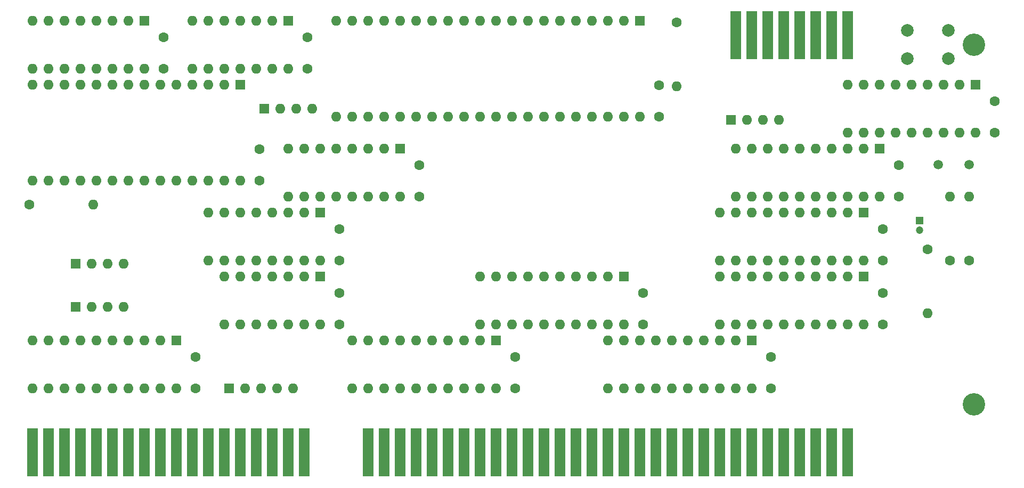
<source format=gbr>
G04 #@! TF.GenerationSoftware,KiCad,Pcbnew,(5.1.8)-1*
G04 #@! TF.CreationDate,2025-04-29T02:13:44-06:00*
G04 #@! TF.ProjectId,8086,38303836-2e6b-4696-9361-645f70636258,rev?*
G04 #@! TF.SameCoordinates,Original*
G04 #@! TF.FileFunction,Soldermask,Bot*
G04 #@! TF.FilePolarity,Negative*
%FSLAX46Y46*%
G04 Gerber Fmt 4.6, Leading zero omitted, Abs format (unit mm)*
G04 Created by KiCad (PCBNEW (5.1.8)-1) date 2025-04-29 02:13:44*
%MOMM*%
%LPD*%
G01*
G04 APERTURE LIST*
%ADD10O,1.600000X1.600000*%
%ADD11R,1.600000X1.600000*%
%ADD12C,1.600000*%
%ADD13R,1.780000X7.620000*%
%ADD14C,2.000000*%
%ADD15C,1.200000*%
%ADD16R,1.200000X1.200000*%
%ADD17C,1.500000*%
%ADD18C,3.556000*%
G04 APERTURE END LIST*
D10*
G04 #@! TO.C,RN5*
X107434380Y-104876600D03*
X104894380Y-104876600D03*
X102354380Y-104876600D03*
D11*
X99814380Y-104876600D03*
G04 #@! TD*
D10*
G04 #@! TO.C,R6*
X102608380Y-95478600D03*
D12*
X92448380Y-95478600D03*
G04 #@! TD*
D10*
G04 #@! TO.C,R5*
X235196380Y-112750600D03*
D12*
X235196380Y-102590600D03*
G04 #@! TD*
D10*
G04 #@! TO.C,RN4*
X211574380Y-82016600D03*
X209034380Y-82016600D03*
X206494380Y-82016600D03*
D11*
X203954380Y-82016600D03*
G04 #@! TD*
D10*
G04 #@! TO.C,RN3*
X137406380Y-80238600D03*
X134866380Y-80238600D03*
X132326380Y-80238600D03*
D11*
X129786380Y-80238600D03*
G04 #@! TD*
D10*
G04 #@! TO.C,RN1*
X107434380Y-111734600D03*
X104894380Y-111734600D03*
X102354380Y-111734600D03*
D11*
X99814380Y-111734600D03*
G04 #@! TD*
D13*
G04 #@! TO.C,J9*
X146296380Y-134848600D03*
X148836380Y-134848600D03*
X151376380Y-134848600D03*
X153916380Y-134848600D03*
X156456380Y-134848600D03*
X158996380Y-134848600D03*
X161536380Y-134848600D03*
X164076380Y-134848600D03*
X166616380Y-134848600D03*
X169156380Y-134848600D03*
X171696380Y-134848600D03*
X174236380Y-134848600D03*
X176776380Y-134848600D03*
X179316380Y-134848600D03*
X181856380Y-134848600D03*
X184396380Y-134848600D03*
X186936380Y-134848600D03*
X189476380Y-134848600D03*
X192016380Y-134848600D03*
X194556380Y-134848600D03*
X197096380Y-134848600D03*
X199636380Y-134848600D03*
X202176380Y-134848600D03*
X204716380Y-134848600D03*
X207256380Y-134848600D03*
X209796380Y-134848600D03*
X212336380Y-134848600D03*
X214876380Y-134848600D03*
X217416380Y-134848600D03*
X219956380Y-134848600D03*
X222496380Y-134848600D03*
G04 #@! TD*
D10*
G04 #@! TO.C,RN2*
X134358380Y-124688600D03*
X131818380Y-124688600D03*
X129278380Y-124688600D03*
X126738380Y-124688600D03*
D11*
X124198380Y-124688600D03*
G04 #@! TD*
D12*
G04 #@! TO.C,C12*
X136644380Y-73888600D03*
X136644380Y-68888600D03*
G04 #@! TD*
G04 #@! TO.C,C16*
X154424380Y-94208600D03*
X154424380Y-89208600D03*
G04 #@! TD*
D10*
G04 #@! TO.C,R4*
X241800380Y-94208600D03*
D12*
X241800380Y-104368600D03*
G04 #@! TD*
D10*
G04 #@! TO.C,R3*
X238752380Y-94208600D03*
D12*
X238752380Y-104368600D03*
G04 #@! TD*
G04 #@! TO.C,C18*
X129024380Y-91668600D03*
X129024380Y-86668600D03*
G04 #@! TD*
D14*
G04 #@! TO.C,SW1*
X238498380Y-67792600D03*
X238498380Y-72292600D03*
X231998380Y-67792600D03*
X231998380Y-72292600D03*
G04 #@! TD*
D15*
G04 #@! TO.C,C25*
X233926380Y-99542600D03*
D16*
X233926380Y-98042600D03*
G04 #@! TD*
D12*
G04 #@! TO.C,C7*
X113784380Y-73888600D03*
X113784380Y-68888600D03*
G04 #@! TD*
D17*
G04 #@! TO.C,Y1*
X241800380Y-89128600D03*
X236900380Y-89128600D03*
G04 #@! TD*
D10*
G04 #@! TO.C,R2*
X195318380Y-76682600D03*
D12*
X195318380Y-66522600D03*
G04 #@! TD*
G04 #@! TO.C,C14*
X189984380Y-114528600D03*
X189984380Y-109528600D03*
G04 #@! TD*
G04 #@! TO.C,C13*
X141724380Y-114528600D03*
X141724380Y-109528600D03*
G04 #@! TD*
G04 #@! TO.C,C11*
X118864380Y-124688600D03*
X118864380Y-119688600D03*
G04 #@! TD*
G04 #@! TO.C,C9*
X230624380Y-94208600D03*
X230624380Y-89208600D03*
G04 #@! TD*
G04 #@! TO.C,C8*
X141724380Y-104368600D03*
X141724380Y-99368600D03*
G04 #@! TD*
G04 #@! TO.C,C6*
X228084380Y-104368600D03*
X228084380Y-99368600D03*
G04 #@! TD*
G04 #@! TO.C,C5*
X192524380Y-81508600D03*
X192524380Y-76508600D03*
G04 #@! TD*
G04 #@! TO.C,C4*
X228084380Y-114528600D03*
X228084380Y-109528600D03*
G04 #@! TD*
G04 #@! TO.C,C3*
X210304380Y-124688600D03*
X210304380Y-119688600D03*
G04 #@! TD*
G04 #@! TO.C,C2*
X169664380Y-124688600D03*
X169664380Y-119688600D03*
G04 #@! TD*
G04 #@! TO.C,C1*
X245864380Y-84048600D03*
X245864380Y-79048600D03*
G04 #@! TD*
D10*
G04 #@! TO.C,U2*
X166616380Y-124688600D03*
X143756380Y-117068600D03*
X164076380Y-124688600D03*
X146296380Y-117068600D03*
X161536380Y-124688600D03*
X148836380Y-117068600D03*
X158996380Y-124688600D03*
X151376380Y-117068600D03*
X156456380Y-124688600D03*
X153916380Y-117068600D03*
X153916380Y-124688600D03*
X156456380Y-117068600D03*
X151376380Y-124688600D03*
X158996380Y-117068600D03*
X148836380Y-124688600D03*
X161536380Y-117068600D03*
X146296380Y-124688600D03*
X164076380Y-117068600D03*
X143756380Y-124688600D03*
D11*
X166616380Y-117068600D03*
G04 #@! TD*
D10*
G04 #@! TO.C,U18*
X125976380Y-91668600D03*
X92956380Y-76428600D03*
X123436380Y-91668600D03*
X95496380Y-76428600D03*
X120896380Y-91668600D03*
X98036380Y-76428600D03*
X118356380Y-91668600D03*
X100576380Y-76428600D03*
X115816380Y-91668600D03*
X103116380Y-76428600D03*
X113276380Y-91668600D03*
X105656380Y-76428600D03*
X110736380Y-91668600D03*
X108196380Y-76428600D03*
X108196380Y-91668600D03*
X110736380Y-76428600D03*
X105656380Y-91668600D03*
X113276380Y-76428600D03*
X103116380Y-91668600D03*
X115816380Y-76428600D03*
X100576380Y-91668600D03*
X118356380Y-76428600D03*
X98036380Y-91668600D03*
X120896380Y-76428600D03*
X95496380Y-91668600D03*
X123436380Y-76428600D03*
X92956380Y-91668600D03*
D11*
X125976380Y-76428600D03*
G04 #@! TD*
D10*
G04 #@! TO.C,U7*
X110736380Y-73888600D03*
X92956380Y-66268600D03*
X108196380Y-73888600D03*
X95496380Y-66268600D03*
X105656380Y-73888600D03*
X98036380Y-66268600D03*
X103116380Y-73888600D03*
X100576380Y-66268600D03*
X100576380Y-73888600D03*
X103116380Y-66268600D03*
X98036380Y-73888600D03*
X105656380Y-66268600D03*
X95496380Y-73888600D03*
X108196380Y-66268600D03*
X92956380Y-73888600D03*
D11*
X110736380Y-66268600D03*
G04 #@! TD*
D10*
G04 #@! TO.C,U6*
X225036380Y-104368600D03*
X202176380Y-96748600D03*
X222496380Y-104368600D03*
X204716380Y-96748600D03*
X219956380Y-104368600D03*
X207256380Y-96748600D03*
X217416380Y-104368600D03*
X209796380Y-96748600D03*
X214876380Y-104368600D03*
X212336380Y-96748600D03*
X212336380Y-104368600D03*
X214876380Y-96748600D03*
X209796380Y-104368600D03*
X217416380Y-96748600D03*
X207256380Y-104368600D03*
X219956380Y-96748600D03*
X204716380Y-104368600D03*
X222496380Y-96748600D03*
X202176380Y-104368600D03*
D11*
X225036380Y-96748600D03*
G04 #@! TD*
D10*
G04 #@! TO.C,U17*
X133596380Y-73888600D03*
X118356380Y-66268600D03*
X131056380Y-73888600D03*
X120896380Y-66268600D03*
X128516380Y-73888600D03*
X123436380Y-66268600D03*
X125976380Y-73888600D03*
X125976380Y-66268600D03*
X123436380Y-73888600D03*
X128516380Y-66268600D03*
X120896380Y-73888600D03*
X131056380Y-66268600D03*
X118356380Y-73888600D03*
D11*
X133596380Y-66268600D03*
G04 #@! TD*
D10*
G04 #@! TO.C,U16*
X151376380Y-94208600D03*
X133596380Y-86588600D03*
X148836380Y-94208600D03*
X136136380Y-86588600D03*
X146296380Y-94208600D03*
X138676380Y-86588600D03*
X143756380Y-94208600D03*
X141216380Y-86588600D03*
X141216380Y-94208600D03*
X143756380Y-86588600D03*
X138676380Y-94208600D03*
X146296380Y-86588600D03*
X136136380Y-94208600D03*
X148836380Y-86588600D03*
X133596380Y-94208600D03*
D11*
X151376380Y-86588600D03*
G04 #@! TD*
D10*
G04 #@! TO.C,U14*
X186936380Y-114528600D03*
X164076380Y-106908600D03*
X184396380Y-114528600D03*
X166616380Y-106908600D03*
X181856380Y-114528600D03*
X169156380Y-106908600D03*
X179316380Y-114528600D03*
X171696380Y-106908600D03*
X176776380Y-114528600D03*
X174236380Y-106908600D03*
X174236380Y-114528600D03*
X176776380Y-106908600D03*
X171696380Y-114528600D03*
X179316380Y-106908600D03*
X169156380Y-114528600D03*
X181856380Y-106908600D03*
X166616380Y-114528600D03*
X184396380Y-106908600D03*
X164076380Y-114528600D03*
D11*
X186936380Y-106908600D03*
G04 #@! TD*
D10*
G04 #@! TO.C,U13*
X138676380Y-114528600D03*
X123436380Y-106908600D03*
X136136380Y-114528600D03*
X125976380Y-106908600D03*
X133596380Y-114528600D03*
X128516380Y-106908600D03*
X131056380Y-114528600D03*
X131056380Y-106908600D03*
X128516380Y-114528600D03*
X133596380Y-106908600D03*
X125976380Y-114528600D03*
X136136380Y-106908600D03*
X123436380Y-114528600D03*
D11*
X138676380Y-106908600D03*
G04 #@! TD*
D10*
G04 #@! TO.C,U11*
X115816380Y-124688600D03*
X92956380Y-117068600D03*
X113276380Y-124688600D03*
X95496380Y-117068600D03*
X110736380Y-124688600D03*
X98036380Y-117068600D03*
X108196380Y-124688600D03*
X100576380Y-117068600D03*
X105656380Y-124688600D03*
X103116380Y-117068600D03*
X103116380Y-124688600D03*
X105656380Y-117068600D03*
X100576380Y-124688600D03*
X108196380Y-117068600D03*
X98036380Y-124688600D03*
X110736380Y-117068600D03*
X95496380Y-124688600D03*
X113276380Y-117068600D03*
X92956380Y-124688600D03*
D11*
X115816380Y-117068600D03*
G04 #@! TD*
D10*
G04 #@! TO.C,U9*
X227576380Y-94208600D03*
X204716380Y-86588600D03*
X225036380Y-94208600D03*
X207256380Y-86588600D03*
X222496380Y-94208600D03*
X209796380Y-86588600D03*
X219956380Y-94208600D03*
X212336380Y-86588600D03*
X217416380Y-94208600D03*
X214876380Y-86588600D03*
X214876380Y-94208600D03*
X217416380Y-86588600D03*
X212336380Y-94208600D03*
X219956380Y-86588600D03*
X209796380Y-94208600D03*
X222496380Y-86588600D03*
X207256380Y-94208600D03*
X225036380Y-86588600D03*
X204716380Y-94208600D03*
D11*
X227576380Y-86588600D03*
G04 #@! TD*
D10*
G04 #@! TO.C,U8*
X138676380Y-104368600D03*
X120896380Y-96748600D03*
X136136380Y-104368600D03*
X123436380Y-96748600D03*
X133596380Y-104368600D03*
X125976380Y-96748600D03*
X131056380Y-104368600D03*
X128516380Y-96748600D03*
X128516380Y-104368600D03*
X131056380Y-96748600D03*
X125976380Y-104368600D03*
X133596380Y-96748600D03*
X123436380Y-104368600D03*
X136136380Y-96748600D03*
X120896380Y-104368600D03*
D11*
X138676380Y-96748600D03*
G04 #@! TD*
D10*
G04 #@! TO.C,U5*
X189476380Y-81508600D03*
X141216380Y-66268600D03*
X186936380Y-81508600D03*
X143756380Y-66268600D03*
X184396380Y-81508600D03*
X146296380Y-66268600D03*
X181856380Y-81508600D03*
X148836380Y-66268600D03*
X179316380Y-81508600D03*
X151376380Y-66268600D03*
X176776380Y-81508600D03*
X153916380Y-66268600D03*
X174236380Y-81508600D03*
X156456380Y-66268600D03*
X171696380Y-81508600D03*
X158996380Y-66268600D03*
X169156380Y-81508600D03*
X161536380Y-66268600D03*
X166616380Y-81508600D03*
X164076380Y-66268600D03*
X164076380Y-81508600D03*
X166616380Y-66268600D03*
X161536380Y-81508600D03*
X169156380Y-66268600D03*
X158996380Y-81508600D03*
X171696380Y-66268600D03*
X156456380Y-81508600D03*
X174236380Y-66268600D03*
X153916380Y-81508600D03*
X176776380Y-66268600D03*
X151376380Y-81508600D03*
X179316380Y-66268600D03*
X148836380Y-81508600D03*
X181856380Y-66268600D03*
X146296380Y-81508600D03*
X184396380Y-66268600D03*
X143756380Y-81508600D03*
X186936380Y-66268600D03*
X141216380Y-81508600D03*
D11*
X189476380Y-66268600D03*
G04 #@! TD*
D10*
G04 #@! TO.C,U4*
X225036380Y-114528600D03*
X202176380Y-106908600D03*
X222496380Y-114528600D03*
X204716380Y-106908600D03*
X219956380Y-114528600D03*
X207256380Y-106908600D03*
X217416380Y-114528600D03*
X209796380Y-106908600D03*
X214876380Y-114528600D03*
X212336380Y-106908600D03*
X212336380Y-114528600D03*
X214876380Y-106908600D03*
X209796380Y-114528600D03*
X217416380Y-106908600D03*
X207256380Y-114528600D03*
X219956380Y-106908600D03*
X204716380Y-114528600D03*
X222496380Y-106908600D03*
X202176380Y-114528600D03*
D11*
X225036380Y-106908600D03*
G04 #@! TD*
D10*
G04 #@! TO.C,U3*
X207256380Y-124688600D03*
X184396380Y-117068600D03*
X204716380Y-124688600D03*
X186936380Y-117068600D03*
X202176380Y-124688600D03*
X189476380Y-117068600D03*
X199636380Y-124688600D03*
X192016380Y-117068600D03*
X197096380Y-124688600D03*
X194556380Y-117068600D03*
X194556380Y-124688600D03*
X197096380Y-117068600D03*
X192016380Y-124688600D03*
X199636380Y-117068600D03*
X189476380Y-124688600D03*
X202176380Y-117068600D03*
X186936380Y-124688600D03*
X204716380Y-117068600D03*
X184396380Y-124688600D03*
D11*
X207256380Y-117068600D03*
G04 #@! TD*
D10*
G04 #@! TO.C,U1*
X242816380Y-84048600D03*
X222496380Y-76428600D03*
X240276380Y-84048600D03*
X225036380Y-76428600D03*
X237736380Y-84048600D03*
X227576380Y-76428600D03*
X235196380Y-84048600D03*
X230116380Y-76428600D03*
X232656380Y-84048600D03*
X232656380Y-76428600D03*
X230116380Y-84048600D03*
X235196380Y-76428600D03*
X227576380Y-84048600D03*
X237736380Y-76428600D03*
X225036380Y-84048600D03*
X240276380Y-76428600D03*
X222496380Y-84048600D03*
D11*
X242816380Y-76428600D03*
G04 #@! TD*
D13*
G04 #@! TO.C,J2*
X95496380Y-134848600D03*
X98036380Y-134848600D03*
X105656380Y-134848600D03*
X113276380Y-134848600D03*
X115816380Y-134848600D03*
X103116380Y-134848600D03*
X100576380Y-134848600D03*
X110736380Y-134848600D03*
X108196380Y-134848600D03*
X118356380Y-134848600D03*
X92956380Y-134848600D03*
X120896380Y-134848600D03*
X123436380Y-134848600D03*
X125976380Y-134848600D03*
X128516380Y-134848600D03*
X131056380Y-134848600D03*
X133596380Y-134848600D03*
X136136380Y-134848600D03*
G04 #@! TD*
G04 #@! TO.C,J1*
X222496380Y-68554600D03*
X219956380Y-68554600D03*
X217416380Y-68554600D03*
X214876380Y-68554600D03*
X212336380Y-68554600D03*
X209796380Y-68554600D03*
X207256380Y-68554600D03*
X204716380Y-68554600D03*
G04 #@! TD*
D18*
G04 #@! TO.C,R*
X242562380Y-127228600D03*
G04 #@! TD*
G04 #@! TO.C,R*
X242562380Y-70078600D03*
G04 #@! TD*
M02*

</source>
